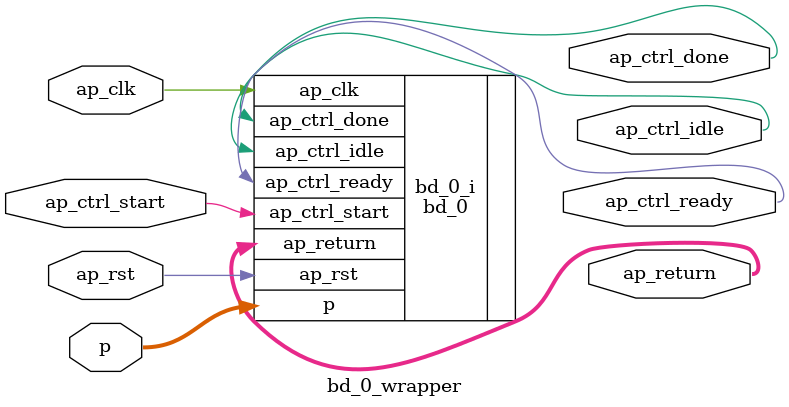
<source format=v>
`timescale 1 ps / 1 ps

module bd_0_wrapper
   (ap_clk,
    ap_ctrl_done,
    ap_ctrl_idle,
    ap_ctrl_ready,
    ap_ctrl_start,
    ap_return,
    ap_rst,
    p);
  input ap_clk;
  output ap_ctrl_done;
  output ap_ctrl_idle;
  output ap_ctrl_ready;
  input ap_ctrl_start;
  output [63:0]ap_return;
  input ap_rst;
  input [7:0]p;

  wire ap_clk;
  wire ap_ctrl_done;
  wire ap_ctrl_idle;
  wire ap_ctrl_ready;
  wire ap_ctrl_start;
  wire [63:0]ap_return;
  wire ap_rst;
  wire [7:0]p;

  bd_0 bd_0_i
       (.ap_clk(ap_clk),
        .ap_ctrl_done(ap_ctrl_done),
        .ap_ctrl_idle(ap_ctrl_idle),
        .ap_ctrl_ready(ap_ctrl_ready),
        .ap_ctrl_start(ap_ctrl_start),
        .ap_return(ap_return),
        .ap_rst(ap_rst),
        .p(p));
endmodule

</source>
